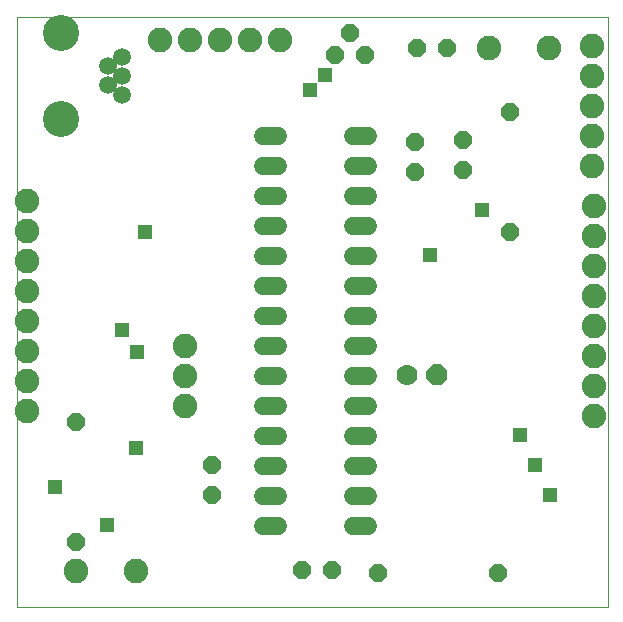
<source format=gbs>
G75*
%MOIN*%
%OFA0B0*%
%FSLAX25Y25*%
%IPPOS*%
%LPD*%
%AMOC8*
5,1,8,0,0,1.08239X$1,22.5*
%
%ADD10C,0.00000*%
%ADD11OC8,0.06000*%
%ADD12C,0.08200*%
%ADD13C,0.06000*%
%ADD14C,0.05950*%
%ADD15C,0.12020*%
%ADD16OC8,0.07000*%
%ADD17C,0.07000*%
%ADD18R,0.04762X0.04762*%
D10*
X0003152Y0004300D02*
X0003152Y0201150D01*
X0200002Y0201150D01*
X0200002Y0004300D01*
X0003152Y0004300D01*
D11*
X0022817Y0026190D03*
X0022817Y0066190D03*
X0068152Y0051800D03*
X0068152Y0041800D03*
X0097876Y0016820D03*
X0107876Y0016820D03*
X0123191Y0015757D03*
X0163191Y0015757D03*
X0167306Y0129359D03*
X0151617Y0150107D03*
X0151617Y0160107D03*
X0135652Y0159300D03*
X0135652Y0149300D03*
X0167306Y0169359D03*
X0146498Y0190737D03*
X0136498Y0190737D03*
X0118998Y0188355D03*
X0113998Y0195855D03*
X0108998Y0188355D03*
D12*
X0090829Y0193276D03*
X0080829Y0193276D03*
X0070829Y0193276D03*
X0060829Y0193276D03*
X0050829Y0193276D03*
X0006400Y0139792D03*
X0006400Y0129792D03*
X0006400Y0119792D03*
X0006400Y0109792D03*
X0006400Y0099792D03*
X0006400Y0089792D03*
X0006400Y0079792D03*
X0006400Y0069792D03*
X0058998Y0071367D03*
X0058998Y0081367D03*
X0058998Y0091367D03*
X0042640Y0016249D03*
X0022640Y0016249D03*
X0194628Y0151485D03*
X0194628Y0161485D03*
X0194628Y0171485D03*
X0194628Y0181485D03*
X0194628Y0191485D03*
X0180298Y0190658D03*
X0160298Y0190658D03*
X0195317Y0138158D03*
X0195317Y0128158D03*
X0195317Y0118158D03*
X0195317Y0108158D03*
X0195317Y0098158D03*
X0195317Y0088158D03*
X0195317Y0078158D03*
X0195317Y0068158D03*
D13*
X0120161Y0071229D02*
X0114961Y0071229D01*
X0114961Y0061229D02*
X0120161Y0061229D01*
X0120161Y0051229D02*
X0114961Y0051229D01*
X0114961Y0041229D02*
X0120161Y0041229D01*
X0120161Y0031229D02*
X0114961Y0031229D01*
X0090161Y0031229D02*
X0084961Y0031229D01*
X0084961Y0041229D02*
X0090161Y0041229D01*
X0090161Y0051229D02*
X0084961Y0051229D01*
X0084961Y0061229D02*
X0090161Y0061229D01*
X0090161Y0071229D02*
X0084961Y0071229D01*
X0084961Y0081229D02*
X0090161Y0081229D01*
X0090161Y0091229D02*
X0084961Y0091229D01*
X0084961Y0101229D02*
X0090161Y0101229D01*
X0090161Y0111229D02*
X0084961Y0111229D01*
X0084961Y0121229D02*
X0090161Y0121229D01*
X0090161Y0131229D02*
X0084961Y0131229D01*
X0084961Y0141229D02*
X0090161Y0141229D01*
X0090161Y0151229D02*
X0084961Y0151229D01*
X0084961Y0161229D02*
X0090161Y0161229D01*
X0114961Y0161229D02*
X0120161Y0161229D01*
X0120161Y0151229D02*
X0114961Y0151229D01*
X0114961Y0141229D02*
X0120161Y0141229D01*
X0120161Y0131229D02*
X0114961Y0131229D01*
X0114961Y0121229D02*
X0120161Y0121229D01*
X0120161Y0111229D02*
X0114961Y0111229D01*
X0114961Y0101229D02*
X0120161Y0101229D01*
X0120161Y0091229D02*
X0114961Y0091229D01*
X0114961Y0081229D02*
X0120161Y0081229D01*
D14*
X0037916Y0175166D03*
X0033191Y0178316D03*
X0037916Y0181465D03*
X0033191Y0184615D03*
X0037916Y0187765D03*
D15*
X0017837Y0195835D03*
X0017837Y0167095D03*
D16*
X0143152Y0081800D03*
D17*
X0133152Y0081800D03*
D18*
X0170652Y0061800D03*
X0175652Y0051800D03*
X0180652Y0041800D03*
X0140652Y0121800D03*
X0158152Y0136800D03*
X0105652Y0181800D03*
X0100652Y0176800D03*
X0045652Y0129300D03*
X0038152Y0096800D03*
X0043152Y0089300D03*
X0042640Y0057312D03*
X0033152Y0031800D03*
X0015652Y0044300D03*
M02*

</source>
